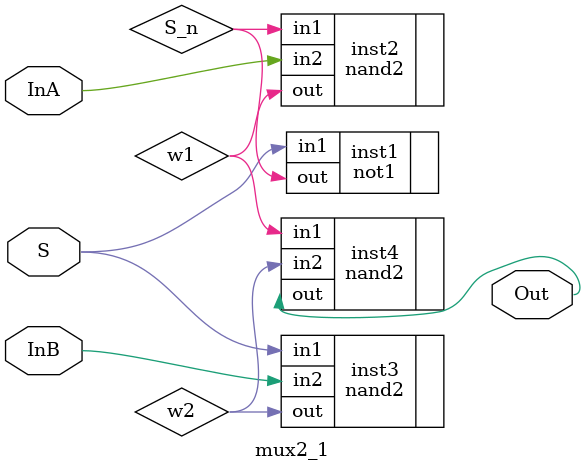
<source format=v>
/* $Author: Giang Nguyen $ */
// CS/ECE 552
// 1/28/17

module mux2_1 (InA, InB, S, Out);

	input InA, InB, S;
	output Out;

	wire S_n, w1,w2,w3;

	not1 inst1(.in1(S), .out(S_n));

	nand2 inst2(.in1(S_n), .in2(InA), .out(w1));

	nand2 inst3(.in1(S), .in2(InB), .out(w2));

	nand2 inst4(.in1(w1), .in2(w2), .out(Out));

endmodule

</source>
